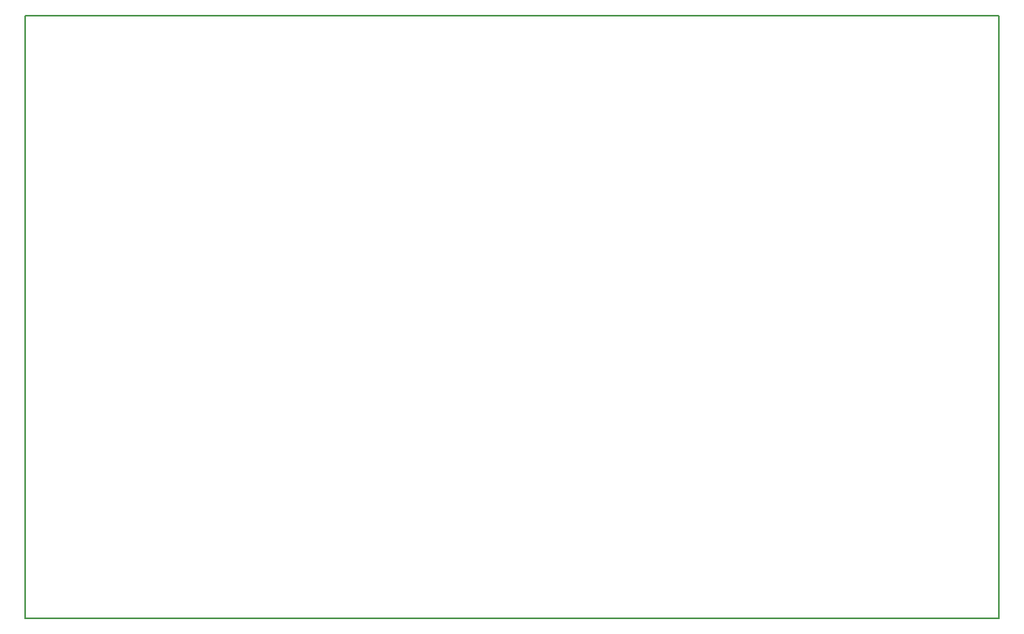
<source format=gbr>
G04 #@! TF.FileFunction,Profile,NP*
%FSLAX46Y46*%
G04 Gerber Fmt 4.6, Leading zero omitted, Abs format (unit mm)*
G04 Created by KiCad (PCBNEW 4.0.2+e4-6225~38~ubuntu14.04.1-stable) date sáb 17 nov 2018 11:22:13 ART*
%MOMM*%
G01*
G04 APERTURE LIST*
%ADD10C,0.100000*%
%ADD11C,0.150000*%
G04 APERTURE END LIST*
D10*
D11*
X190000000Y-45000000D02*
X85000000Y-45000000D01*
X190000000Y-110000000D02*
X190000000Y-45000000D01*
X85000000Y-110000000D02*
X190000000Y-110000000D01*
X85000000Y-45000000D02*
X85000000Y-110000000D01*
M02*

</source>
